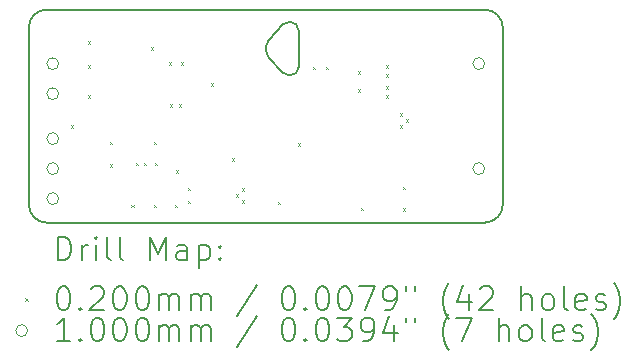
<source format=gbr>
%TF.GenerationSoftware,KiCad,Pcbnew,6.0.9-8da3e8f707~116~ubuntu22.04.1*%
%TF.CreationDate,2022-11-27T05:06:45+05:30*%
%TF.ProjectId,meshy-tron,6d657368-792d-4747-926f-6e2e6b696361,rev?*%
%TF.SameCoordinates,Original*%
%TF.FileFunction,Drillmap*%
%TF.FilePolarity,Positive*%
%FSLAX45Y45*%
G04 Gerber Fmt 4.5, Leading zero omitted, Abs format (unit mm)*
G04 Created by KiCad (PCBNEW 6.0.9-8da3e8f707~116~ubuntu22.04.1) date 2022-11-27 05:06:45*
%MOMM*%
%LPD*%
G01*
G04 APERTURE LIST*
%ADD10C,0.200000*%
%ADD11C,0.020000*%
%ADD12C,0.100000*%
G04 APERTURE END LIST*
D10*
X12703081Y-3279681D02*
X12703081Y-3324318D01*
X12903200Y-3073400D02*
G75*
G03*
X12849318Y-3095718I0J-76200D01*
G01*
X12725400Y-3225800D02*
X12849318Y-3095718D01*
X12979400Y-3149600D02*
G75*
G03*
X12903200Y-3073400I-76200J0D01*
G01*
X12725400Y-3225800D02*
G75*
G03*
X12703081Y-3279681I53882J-53882D01*
G01*
X12703082Y-3324318D02*
G75*
G03*
X12725400Y-3378200I76200J0D01*
G01*
X12849318Y-3508281D02*
X12725400Y-3378200D01*
X12849318Y-3508281D02*
G75*
G03*
X12903200Y-3530600I53882J53882D01*
G01*
X12903200Y-3530600D02*
G75*
G03*
X12979400Y-3454400I0J76200D01*
G01*
X12700000Y-4775200D02*
X10845800Y-4775200D01*
X14554200Y-4775200D02*
G75*
G03*
X14706600Y-4622800I0J152400D01*
G01*
X10693400Y-4622800D02*
X10693400Y-3873500D01*
X14554200Y-4775200D02*
X12700000Y-4775200D01*
X10693400Y-4622800D02*
G75*
G03*
X10845800Y-4775200I152400J0D01*
G01*
X14706600Y-4622800D02*
X14706600Y-3873500D01*
X14706600Y-3124200D02*
X14706600Y-3873500D01*
X12979400Y-3454400D02*
X12979400Y-3149600D01*
X14706600Y-3124200D02*
G75*
G03*
X14554200Y-2971800I-152400J0D01*
G01*
X12700000Y-2971800D02*
X14554200Y-2971800D01*
X10845800Y-2971800D02*
X12700000Y-2971800D01*
X10693400Y-3124200D02*
X10693400Y-3873500D01*
X10845800Y-2971800D02*
G75*
G03*
X10693400Y-3124200I0J-152400D01*
G01*
D11*
X11051700Y-3952400D02*
X11071700Y-3972400D01*
X11071700Y-3952400D02*
X11051700Y-3972400D01*
X11191400Y-3241200D02*
X11211400Y-3261200D01*
X11211400Y-3241200D02*
X11191400Y-3261200D01*
X11191400Y-3444400D02*
X11211400Y-3464400D01*
X11211400Y-3444400D02*
X11191400Y-3464400D01*
X11191400Y-3698400D02*
X11211400Y-3718400D01*
X11211400Y-3698400D02*
X11191400Y-3718400D01*
X11381900Y-4092100D02*
X11401900Y-4112100D01*
X11401900Y-4092100D02*
X11381900Y-4112100D01*
X11381900Y-4282600D02*
X11401900Y-4302600D01*
X11401900Y-4282600D02*
X11381900Y-4302600D01*
X11562050Y-4625500D02*
X11582050Y-4645500D01*
X11582050Y-4625500D02*
X11562050Y-4645500D01*
X11597599Y-4269900D02*
X11617599Y-4289900D01*
X11617599Y-4269900D02*
X11597599Y-4289900D01*
X11667550Y-4269900D02*
X11687550Y-4289900D01*
X11687550Y-4269900D02*
X11667550Y-4289900D01*
X11724800Y-3292000D02*
X11744800Y-3312000D01*
X11744800Y-3292000D02*
X11724800Y-3312000D01*
X11750200Y-4092100D02*
X11770200Y-4112100D01*
X11770200Y-4092100D02*
X11750200Y-4112100D01*
X11750200Y-4625500D02*
X11770200Y-4645500D01*
X11770200Y-4625500D02*
X11750200Y-4645500D01*
X11758750Y-4269900D02*
X11778750Y-4289900D01*
X11778750Y-4269900D02*
X11758750Y-4289900D01*
X11877200Y-3419000D02*
X11897200Y-3439000D01*
X11897200Y-3419000D02*
X11877200Y-3439000D01*
X11889900Y-3774600D02*
X11909900Y-3794600D01*
X11909900Y-3774600D02*
X11889900Y-3794600D01*
X11928000Y-4625500D02*
X11948000Y-4645500D01*
X11948000Y-4625500D02*
X11928000Y-4645500D01*
X11940700Y-4333400D02*
X11960700Y-4353400D01*
X11960700Y-4333400D02*
X11940700Y-4353400D01*
X11966100Y-3774600D02*
X11986100Y-3794600D01*
X11986100Y-3774600D02*
X11966100Y-3794600D01*
X11978800Y-3419000D02*
X11998800Y-3439000D01*
X11998800Y-3419000D02*
X11978800Y-3439000D01*
X12042300Y-4481650D02*
X12062300Y-4501650D01*
X12062300Y-4481650D02*
X12042300Y-4501650D01*
X12042300Y-4591550D02*
X12062300Y-4611550D01*
X12062300Y-4591550D02*
X12042300Y-4611550D01*
X12232800Y-3596800D02*
X12252800Y-3616800D01*
X12252800Y-3596800D02*
X12232800Y-3616800D01*
X12410600Y-4231800D02*
X12430600Y-4251800D01*
X12430600Y-4231800D02*
X12410600Y-4251800D01*
X12448700Y-4536600D02*
X12468700Y-4556600D01*
X12468700Y-4536600D02*
X12448700Y-4556600D01*
X12499500Y-4485800D02*
X12519500Y-4505800D01*
X12519500Y-4485800D02*
X12499500Y-4505800D01*
X12499500Y-4587400D02*
X12519500Y-4607400D01*
X12519500Y-4587400D02*
X12499500Y-4607400D01*
X12804300Y-4600100D02*
X12824300Y-4620100D01*
X12824300Y-4600100D02*
X12804300Y-4620100D01*
X12969400Y-4104800D02*
X12989400Y-4124800D01*
X12989400Y-4104800D02*
X12969400Y-4124800D01*
X13096400Y-3457100D02*
X13116400Y-3477100D01*
X13116400Y-3457100D02*
X13096400Y-3477100D01*
X13210700Y-3457100D02*
X13230700Y-3477100D01*
X13230700Y-3457100D02*
X13210700Y-3477100D01*
X13477400Y-3495200D02*
X13497400Y-3515200D01*
X13497400Y-3495200D02*
X13477400Y-3515200D01*
X13477400Y-3647600D02*
X13497400Y-3667600D01*
X13497400Y-3647600D02*
X13477400Y-3667600D01*
X13502800Y-4650900D02*
X13522800Y-4670900D01*
X13522800Y-4650900D02*
X13502800Y-4670900D01*
X13718700Y-3444400D02*
X13738700Y-3464400D01*
X13738700Y-3444400D02*
X13718700Y-3464400D01*
X13718700Y-3520600D02*
X13738700Y-3540600D01*
X13738700Y-3520600D02*
X13718700Y-3540600D01*
X13718700Y-3622200D02*
X13738700Y-3642200D01*
X13738700Y-3622200D02*
X13718700Y-3642200D01*
X13718700Y-3698400D02*
X13738700Y-3718400D01*
X13738700Y-3698400D02*
X13718700Y-3718400D01*
X13833000Y-3850800D02*
X13853000Y-3870800D01*
X13853000Y-3850800D02*
X13833000Y-3870800D01*
X13833000Y-3952400D02*
X13853000Y-3972400D01*
X13853000Y-3952400D02*
X13833000Y-3972400D01*
X13858400Y-4473100D02*
X13878400Y-4493100D01*
X13878400Y-4473100D02*
X13858400Y-4493100D01*
X13858400Y-4653250D02*
X13878400Y-4673250D01*
X13878400Y-4653250D02*
X13858400Y-4673250D01*
X13883800Y-3901600D02*
X13903800Y-3921600D01*
X13903800Y-3901600D02*
X13883800Y-3921600D01*
D12*
X10946600Y-3429500D02*
G75*
G03*
X10946600Y-3429500I-50000J0D01*
G01*
X10946600Y-3683500D02*
G75*
G03*
X10946600Y-3683500I-50000J0D01*
G01*
X10946600Y-4064000D02*
G75*
G03*
X10946600Y-4064000I-50000J0D01*
G01*
X10946600Y-4318000D02*
G75*
G03*
X10946600Y-4318000I-50000J0D01*
G01*
X10946600Y-4572000D02*
G75*
G03*
X10946600Y-4572000I-50000J0D01*
G01*
X14553400Y-3429000D02*
G75*
G03*
X14553400Y-3429000I-50000J0D01*
G01*
X14553400Y-4318000D02*
G75*
G03*
X14553400Y-4318000I-50000J0D01*
G01*
D10*
X10941019Y-5095676D02*
X10941019Y-4895676D01*
X10988638Y-4895676D01*
X11017210Y-4905200D01*
X11036257Y-4924248D01*
X11045781Y-4943295D01*
X11055305Y-4981390D01*
X11055305Y-5009962D01*
X11045781Y-5048057D01*
X11036257Y-5067105D01*
X11017210Y-5086152D01*
X10988638Y-5095676D01*
X10941019Y-5095676D01*
X11141019Y-5095676D02*
X11141019Y-4962343D01*
X11141019Y-5000438D02*
X11150543Y-4981390D01*
X11160067Y-4971867D01*
X11179114Y-4962343D01*
X11198162Y-4962343D01*
X11264828Y-5095676D02*
X11264828Y-4962343D01*
X11264828Y-4895676D02*
X11255305Y-4905200D01*
X11264828Y-4914724D01*
X11274352Y-4905200D01*
X11264828Y-4895676D01*
X11264828Y-4914724D01*
X11388638Y-5095676D02*
X11369590Y-5086152D01*
X11360067Y-5067105D01*
X11360067Y-4895676D01*
X11493400Y-5095676D02*
X11474352Y-5086152D01*
X11464828Y-5067105D01*
X11464828Y-4895676D01*
X11721971Y-5095676D02*
X11721971Y-4895676D01*
X11788638Y-5038533D01*
X11855305Y-4895676D01*
X11855305Y-5095676D01*
X12036257Y-5095676D02*
X12036257Y-4990914D01*
X12026733Y-4971867D01*
X12007686Y-4962343D01*
X11969590Y-4962343D01*
X11950543Y-4971867D01*
X12036257Y-5086152D02*
X12017209Y-5095676D01*
X11969590Y-5095676D01*
X11950543Y-5086152D01*
X11941019Y-5067105D01*
X11941019Y-5048057D01*
X11950543Y-5029010D01*
X11969590Y-5019486D01*
X12017209Y-5019486D01*
X12036257Y-5009962D01*
X12131495Y-4962343D02*
X12131495Y-5162343D01*
X12131495Y-4971867D02*
X12150543Y-4962343D01*
X12188638Y-4962343D01*
X12207686Y-4971867D01*
X12217209Y-4981390D01*
X12226733Y-5000438D01*
X12226733Y-5057581D01*
X12217209Y-5076629D01*
X12207686Y-5086152D01*
X12188638Y-5095676D01*
X12150543Y-5095676D01*
X12131495Y-5086152D01*
X12312448Y-5076629D02*
X12321971Y-5086152D01*
X12312448Y-5095676D01*
X12302924Y-5086152D01*
X12312448Y-5076629D01*
X12312448Y-5095676D01*
X12312448Y-4971867D02*
X12321971Y-4981390D01*
X12312448Y-4990914D01*
X12302924Y-4981390D01*
X12312448Y-4971867D01*
X12312448Y-4990914D01*
D11*
X10663400Y-5415200D02*
X10683400Y-5435200D01*
X10683400Y-5415200D02*
X10663400Y-5435200D01*
D10*
X10979114Y-5315676D02*
X10998162Y-5315676D01*
X11017210Y-5325200D01*
X11026733Y-5334724D01*
X11036257Y-5353771D01*
X11045781Y-5391867D01*
X11045781Y-5439486D01*
X11036257Y-5477581D01*
X11026733Y-5496629D01*
X11017210Y-5506152D01*
X10998162Y-5515676D01*
X10979114Y-5515676D01*
X10960067Y-5506152D01*
X10950543Y-5496629D01*
X10941019Y-5477581D01*
X10931495Y-5439486D01*
X10931495Y-5391867D01*
X10941019Y-5353771D01*
X10950543Y-5334724D01*
X10960067Y-5325200D01*
X10979114Y-5315676D01*
X11131495Y-5496629D02*
X11141019Y-5506152D01*
X11131495Y-5515676D01*
X11121971Y-5506152D01*
X11131495Y-5496629D01*
X11131495Y-5515676D01*
X11217209Y-5334724D02*
X11226733Y-5325200D01*
X11245781Y-5315676D01*
X11293400Y-5315676D01*
X11312448Y-5325200D01*
X11321971Y-5334724D01*
X11331495Y-5353771D01*
X11331495Y-5372819D01*
X11321971Y-5401390D01*
X11207686Y-5515676D01*
X11331495Y-5515676D01*
X11455305Y-5315676D02*
X11474352Y-5315676D01*
X11493400Y-5325200D01*
X11502924Y-5334724D01*
X11512448Y-5353771D01*
X11521971Y-5391867D01*
X11521971Y-5439486D01*
X11512448Y-5477581D01*
X11502924Y-5496629D01*
X11493400Y-5506152D01*
X11474352Y-5515676D01*
X11455305Y-5515676D01*
X11436257Y-5506152D01*
X11426733Y-5496629D01*
X11417209Y-5477581D01*
X11407686Y-5439486D01*
X11407686Y-5391867D01*
X11417209Y-5353771D01*
X11426733Y-5334724D01*
X11436257Y-5325200D01*
X11455305Y-5315676D01*
X11645781Y-5315676D02*
X11664828Y-5315676D01*
X11683876Y-5325200D01*
X11693400Y-5334724D01*
X11702924Y-5353771D01*
X11712448Y-5391867D01*
X11712448Y-5439486D01*
X11702924Y-5477581D01*
X11693400Y-5496629D01*
X11683876Y-5506152D01*
X11664828Y-5515676D01*
X11645781Y-5515676D01*
X11626733Y-5506152D01*
X11617209Y-5496629D01*
X11607686Y-5477581D01*
X11598162Y-5439486D01*
X11598162Y-5391867D01*
X11607686Y-5353771D01*
X11617209Y-5334724D01*
X11626733Y-5325200D01*
X11645781Y-5315676D01*
X11798162Y-5515676D02*
X11798162Y-5382343D01*
X11798162Y-5401390D02*
X11807686Y-5391867D01*
X11826733Y-5382343D01*
X11855305Y-5382343D01*
X11874352Y-5391867D01*
X11883876Y-5410914D01*
X11883876Y-5515676D01*
X11883876Y-5410914D02*
X11893400Y-5391867D01*
X11912448Y-5382343D01*
X11941019Y-5382343D01*
X11960067Y-5391867D01*
X11969590Y-5410914D01*
X11969590Y-5515676D01*
X12064828Y-5515676D02*
X12064828Y-5382343D01*
X12064828Y-5401390D02*
X12074352Y-5391867D01*
X12093400Y-5382343D01*
X12121971Y-5382343D01*
X12141019Y-5391867D01*
X12150543Y-5410914D01*
X12150543Y-5515676D01*
X12150543Y-5410914D02*
X12160067Y-5391867D01*
X12179114Y-5382343D01*
X12207686Y-5382343D01*
X12226733Y-5391867D01*
X12236257Y-5410914D01*
X12236257Y-5515676D01*
X12626733Y-5306152D02*
X12455305Y-5563295D01*
X12883876Y-5315676D02*
X12902924Y-5315676D01*
X12921971Y-5325200D01*
X12931495Y-5334724D01*
X12941019Y-5353771D01*
X12950543Y-5391867D01*
X12950543Y-5439486D01*
X12941019Y-5477581D01*
X12931495Y-5496629D01*
X12921971Y-5506152D01*
X12902924Y-5515676D01*
X12883876Y-5515676D01*
X12864828Y-5506152D01*
X12855305Y-5496629D01*
X12845781Y-5477581D01*
X12836257Y-5439486D01*
X12836257Y-5391867D01*
X12845781Y-5353771D01*
X12855305Y-5334724D01*
X12864828Y-5325200D01*
X12883876Y-5315676D01*
X13036257Y-5496629D02*
X13045781Y-5506152D01*
X13036257Y-5515676D01*
X13026733Y-5506152D01*
X13036257Y-5496629D01*
X13036257Y-5515676D01*
X13169590Y-5315676D02*
X13188638Y-5315676D01*
X13207686Y-5325200D01*
X13217209Y-5334724D01*
X13226733Y-5353771D01*
X13236257Y-5391867D01*
X13236257Y-5439486D01*
X13226733Y-5477581D01*
X13217209Y-5496629D01*
X13207686Y-5506152D01*
X13188638Y-5515676D01*
X13169590Y-5515676D01*
X13150543Y-5506152D01*
X13141019Y-5496629D01*
X13131495Y-5477581D01*
X13121971Y-5439486D01*
X13121971Y-5391867D01*
X13131495Y-5353771D01*
X13141019Y-5334724D01*
X13150543Y-5325200D01*
X13169590Y-5315676D01*
X13360067Y-5315676D02*
X13379114Y-5315676D01*
X13398162Y-5325200D01*
X13407686Y-5334724D01*
X13417209Y-5353771D01*
X13426733Y-5391867D01*
X13426733Y-5439486D01*
X13417209Y-5477581D01*
X13407686Y-5496629D01*
X13398162Y-5506152D01*
X13379114Y-5515676D01*
X13360067Y-5515676D01*
X13341019Y-5506152D01*
X13331495Y-5496629D01*
X13321971Y-5477581D01*
X13312448Y-5439486D01*
X13312448Y-5391867D01*
X13321971Y-5353771D01*
X13331495Y-5334724D01*
X13341019Y-5325200D01*
X13360067Y-5315676D01*
X13493400Y-5315676D02*
X13626733Y-5315676D01*
X13541019Y-5515676D01*
X13712448Y-5515676D02*
X13750543Y-5515676D01*
X13769590Y-5506152D01*
X13779114Y-5496629D01*
X13798162Y-5468057D01*
X13807686Y-5429962D01*
X13807686Y-5353771D01*
X13798162Y-5334724D01*
X13788638Y-5325200D01*
X13769590Y-5315676D01*
X13731495Y-5315676D01*
X13712448Y-5325200D01*
X13702924Y-5334724D01*
X13693400Y-5353771D01*
X13693400Y-5401390D01*
X13702924Y-5420438D01*
X13712448Y-5429962D01*
X13731495Y-5439486D01*
X13769590Y-5439486D01*
X13788638Y-5429962D01*
X13798162Y-5420438D01*
X13807686Y-5401390D01*
X13883876Y-5315676D02*
X13883876Y-5353771D01*
X13960067Y-5315676D02*
X13960067Y-5353771D01*
X14255305Y-5591867D02*
X14245781Y-5582343D01*
X14226733Y-5553771D01*
X14217209Y-5534724D01*
X14207686Y-5506152D01*
X14198162Y-5458533D01*
X14198162Y-5420438D01*
X14207686Y-5372819D01*
X14217209Y-5344248D01*
X14226733Y-5325200D01*
X14245781Y-5296629D01*
X14255305Y-5287105D01*
X14417209Y-5382343D02*
X14417209Y-5515676D01*
X14369590Y-5306152D02*
X14321971Y-5449010D01*
X14445781Y-5449010D01*
X14512448Y-5334724D02*
X14521971Y-5325200D01*
X14541019Y-5315676D01*
X14588638Y-5315676D01*
X14607686Y-5325200D01*
X14617209Y-5334724D01*
X14626733Y-5353771D01*
X14626733Y-5372819D01*
X14617209Y-5401390D01*
X14502924Y-5515676D01*
X14626733Y-5515676D01*
X14864828Y-5515676D02*
X14864828Y-5315676D01*
X14950543Y-5515676D02*
X14950543Y-5410914D01*
X14941019Y-5391867D01*
X14921971Y-5382343D01*
X14893400Y-5382343D01*
X14874352Y-5391867D01*
X14864828Y-5401390D01*
X15074352Y-5515676D02*
X15055305Y-5506152D01*
X15045781Y-5496629D01*
X15036257Y-5477581D01*
X15036257Y-5420438D01*
X15045781Y-5401390D01*
X15055305Y-5391867D01*
X15074352Y-5382343D01*
X15102924Y-5382343D01*
X15121971Y-5391867D01*
X15131495Y-5401390D01*
X15141019Y-5420438D01*
X15141019Y-5477581D01*
X15131495Y-5496629D01*
X15121971Y-5506152D01*
X15102924Y-5515676D01*
X15074352Y-5515676D01*
X15255305Y-5515676D02*
X15236257Y-5506152D01*
X15226733Y-5487105D01*
X15226733Y-5315676D01*
X15407686Y-5506152D02*
X15388638Y-5515676D01*
X15350543Y-5515676D01*
X15331495Y-5506152D01*
X15321971Y-5487105D01*
X15321971Y-5410914D01*
X15331495Y-5391867D01*
X15350543Y-5382343D01*
X15388638Y-5382343D01*
X15407686Y-5391867D01*
X15417209Y-5410914D01*
X15417209Y-5429962D01*
X15321971Y-5449010D01*
X15493400Y-5506152D02*
X15512448Y-5515676D01*
X15550543Y-5515676D01*
X15569590Y-5506152D01*
X15579114Y-5487105D01*
X15579114Y-5477581D01*
X15569590Y-5458533D01*
X15550543Y-5449010D01*
X15521971Y-5449010D01*
X15502924Y-5439486D01*
X15493400Y-5420438D01*
X15493400Y-5410914D01*
X15502924Y-5391867D01*
X15521971Y-5382343D01*
X15550543Y-5382343D01*
X15569590Y-5391867D01*
X15645781Y-5591867D02*
X15655305Y-5582343D01*
X15674352Y-5553771D01*
X15683876Y-5534724D01*
X15693400Y-5506152D01*
X15702924Y-5458533D01*
X15702924Y-5420438D01*
X15693400Y-5372819D01*
X15683876Y-5344248D01*
X15674352Y-5325200D01*
X15655305Y-5296629D01*
X15645781Y-5287105D01*
D12*
X10683400Y-5689200D02*
G75*
G03*
X10683400Y-5689200I-50000J0D01*
G01*
D10*
X11045781Y-5779676D02*
X10931495Y-5779676D01*
X10988638Y-5779676D02*
X10988638Y-5579676D01*
X10969590Y-5608248D01*
X10950543Y-5627295D01*
X10931495Y-5636819D01*
X11131495Y-5760628D02*
X11141019Y-5770152D01*
X11131495Y-5779676D01*
X11121971Y-5770152D01*
X11131495Y-5760628D01*
X11131495Y-5779676D01*
X11264828Y-5579676D02*
X11283876Y-5579676D01*
X11302924Y-5589200D01*
X11312448Y-5598724D01*
X11321971Y-5617771D01*
X11331495Y-5655867D01*
X11331495Y-5703486D01*
X11321971Y-5741581D01*
X11312448Y-5760628D01*
X11302924Y-5770152D01*
X11283876Y-5779676D01*
X11264828Y-5779676D01*
X11245781Y-5770152D01*
X11236257Y-5760628D01*
X11226733Y-5741581D01*
X11217209Y-5703486D01*
X11217209Y-5655867D01*
X11226733Y-5617771D01*
X11236257Y-5598724D01*
X11245781Y-5589200D01*
X11264828Y-5579676D01*
X11455305Y-5579676D02*
X11474352Y-5579676D01*
X11493400Y-5589200D01*
X11502924Y-5598724D01*
X11512448Y-5617771D01*
X11521971Y-5655867D01*
X11521971Y-5703486D01*
X11512448Y-5741581D01*
X11502924Y-5760628D01*
X11493400Y-5770152D01*
X11474352Y-5779676D01*
X11455305Y-5779676D01*
X11436257Y-5770152D01*
X11426733Y-5760628D01*
X11417209Y-5741581D01*
X11407686Y-5703486D01*
X11407686Y-5655867D01*
X11417209Y-5617771D01*
X11426733Y-5598724D01*
X11436257Y-5589200D01*
X11455305Y-5579676D01*
X11645781Y-5579676D02*
X11664828Y-5579676D01*
X11683876Y-5589200D01*
X11693400Y-5598724D01*
X11702924Y-5617771D01*
X11712448Y-5655867D01*
X11712448Y-5703486D01*
X11702924Y-5741581D01*
X11693400Y-5760628D01*
X11683876Y-5770152D01*
X11664828Y-5779676D01*
X11645781Y-5779676D01*
X11626733Y-5770152D01*
X11617209Y-5760628D01*
X11607686Y-5741581D01*
X11598162Y-5703486D01*
X11598162Y-5655867D01*
X11607686Y-5617771D01*
X11617209Y-5598724D01*
X11626733Y-5589200D01*
X11645781Y-5579676D01*
X11798162Y-5779676D02*
X11798162Y-5646343D01*
X11798162Y-5665390D02*
X11807686Y-5655867D01*
X11826733Y-5646343D01*
X11855305Y-5646343D01*
X11874352Y-5655867D01*
X11883876Y-5674914D01*
X11883876Y-5779676D01*
X11883876Y-5674914D02*
X11893400Y-5655867D01*
X11912448Y-5646343D01*
X11941019Y-5646343D01*
X11960067Y-5655867D01*
X11969590Y-5674914D01*
X11969590Y-5779676D01*
X12064828Y-5779676D02*
X12064828Y-5646343D01*
X12064828Y-5665390D02*
X12074352Y-5655867D01*
X12093400Y-5646343D01*
X12121971Y-5646343D01*
X12141019Y-5655867D01*
X12150543Y-5674914D01*
X12150543Y-5779676D01*
X12150543Y-5674914D02*
X12160067Y-5655867D01*
X12179114Y-5646343D01*
X12207686Y-5646343D01*
X12226733Y-5655867D01*
X12236257Y-5674914D01*
X12236257Y-5779676D01*
X12626733Y-5570152D02*
X12455305Y-5827295D01*
X12883876Y-5579676D02*
X12902924Y-5579676D01*
X12921971Y-5589200D01*
X12931495Y-5598724D01*
X12941019Y-5617771D01*
X12950543Y-5655867D01*
X12950543Y-5703486D01*
X12941019Y-5741581D01*
X12931495Y-5760628D01*
X12921971Y-5770152D01*
X12902924Y-5779676D01*
X12883876Y-5779676D01*
X12864828Y-5770152D01*
X12855305Y-5760628D01*
X12845781Y-5741581D01*
X12836257Y-5703486D01*
X12836257Y-5655867D01*
X12845781Y-5617771D01*
X12855305Y-5598724D01*
X12864828Y-5589200D01*
X12883876Y-5579676D01*
X13036257Y-5760628D02*
X13045781Y-5770152D01*
X13036257Y-5779676D01*
X13026733Y-5770152D01*
X13036257Y-5760628D01*
X13036257Y-5779676D01*
X13169590Y-5579676D02*
X13188638Y-5579676D01*
X13207686Y-5589200D01*
X13217209Y-5598724D01*
X13226733Y-5617771D01*
X13236257Y-5655867D01*
X13236257Y-5703486D01*
X13226733Y-5741581D01*
X13217209Y-5760628D01*
X13207686Y-5770152D01*
X13188638Y-5779676D01*
X13169590Y-5779676D01*
X13150543Y-5770152D01*
X13141019Y-5760628D01*
X13131495Y-5741581D01*
X13121971Y-5703486D01*
X13121971Y-5655867D01*
X13131495Y-5617771D01*
X13141019Y-5598724D01*
X13150543Y-5589200D01*
X13169590Y-5579676D01*
X13302924Y-5579676D02*
X13426733Y-5579676D01*
X13360067Y-5655867D01*
X13388638Y-5655867D01*
X13407686Y-5665390D01*
X13417209Y-5674914D01*
X13426733Y-5693962D01*
X13426733Y-5741581D01*
X13417209Y-5760628D01*
X13407686Y-5770152D01*
X13388638Y-5779676D01*
X13331495Y-5779676D01*
X13312448Y-5770152D01*
X13302924Y-5760628D01*
X13521971Y-5779676D02*
X13560067Y-5779676D01*
X13579114Y-5770152D01*
X13588638Y-5760628D01*
X13607686Y-5732057D01*
X13617209Y-5693962D01*
X13617209Y-5617771D01*
X13607686Y-5598724D01*
X13598162Y-5589200D01*
X13579114Y-5579676D01*
X13541019Y-5579676D01*
X13521971Y-5589200D01*
X13512448Y-5598724D01*
X13502924Y-5617771D01*
X13502924Y-5665390D01*
X13512448Y-5684438D01*
X13521971Y-5693962D01*
X13541019Y-5703486D01*
X13579114Y-5703486D01*
X13598162Y-5693962D01*
X13607686Y-5684438D01*
X13617209Y-5665390D01*
X13788638Y-5646343D02*
X13788638Y-5779676D01*
X13741019Y-5570152D02*
X13693400Y-5713009D01*
X13817209Y-5713009D01*
X13883876Y-5579676D02*
X13883876Y-5617771D01*
X13960067Y-5579676D02*
X13960067Y-5617771D01*
X14255305Y-5855867D02*
X14245781Y-5846343D01*
X14226733Y-5817771D01*
X14217209Y-5798724D01*
X14207686Y-5770152D01*
X14198162Y-5722533D01*
X14198162Y-5684438D01*
X14207686Y-5636819D01*
X14217209Y-5608248D01*
X14226733Y-5589200D01*
X14245781Y-5560629D01*
X14255305Y-5551105D01*
X14312448Y-5579676D02*
X14445781Y-5579676D01*
X14360067Y-5779676D01*
X14674352Y-5779676D02*
X14674352Y-5579676D01*
X14760067Y-5779676D02*
X14760067Y-5674914D01*
X14750543Y-5655867D01*
X14731495Y-5646343D01*
X14702924Y-5646343D01*
X14683876Y-5655867D01*
X14674352Y-5665390D01*
X14883876Y-5779676D02*
X14864828Y-5770152D01*
X14855305Y-5760628D01*
X14845781Y-5741581D01*
X14845781Y-5684438D01*
X14855305Y-5665390D01*
X14864828Y-5655867D01*
X14883876Y-5646343D01*
X14912448Y-5646343D01*
X14931495Y-5655867D01*
X14941019Y-5665390D01*
X14950543Y-5684438D01*
X14950543Y-5741581D01*
X14941019Y-5760628D01*
X14931495Y-5770152D01*
X14912448Y-5779676D01*
X14883876Y-5779676D01*
X15064828Y-5779676D02*
X15045781Y-5770152D01*
X15036257Y-5751105D01*
X15036257Y-5579676D01*
X15217209Y-5770152D02*
X15198162Y-5779676D01*
X15160067Y-5779676D01*
X15141019Y-5770152D01*
X15131495Y-5751105D01*
X15131495Y-5674914D01*
X15141019Y-5655867D01*
X15160067Y-5646343D01*
X15198162Y-5646343D01*
X15217209Y-5655867D01*
X15226733Y-5674914D01*
X15226733Y-5693962D01*
X15131495Y-5713009D01*
X15302924Y-5770152D02*
X15321971Y-5779676D01*
X15360067Y-5779676D01*
X15379114Y-5770152D01*
X15388638Y-5751105D01*
X15388638Y-5741581D01*
X15379114Y-5722533D01*
X15360067Y-5713009D01*
X15331495Y-5713009D01*
X15312448Y-5703486D01*
X15302924Y-5684438D01*
X15302924Y-5674914D01*
X15312448Y-5655867D01*
X15331495Y-5646343D01*
X15360067Y-5646343D01*
X15379114Y-5655867D01*
X15455305Y-5855867D02*
X15464828Y-5846343D01*
X15483876Y-5817771D01*
X15493400Y-5798724D01*
X15502924Y-5770152D01*
X15512448Y-5722533D01*
X15512448Y-5684438D01*
X15502924Y-5636819D01*
X15493400Y-5608248D01*
X15483876Y-5589200D01*
X15464828Y-5560629D01*
X15455305Y-5551105D01*
M02*

</source>
